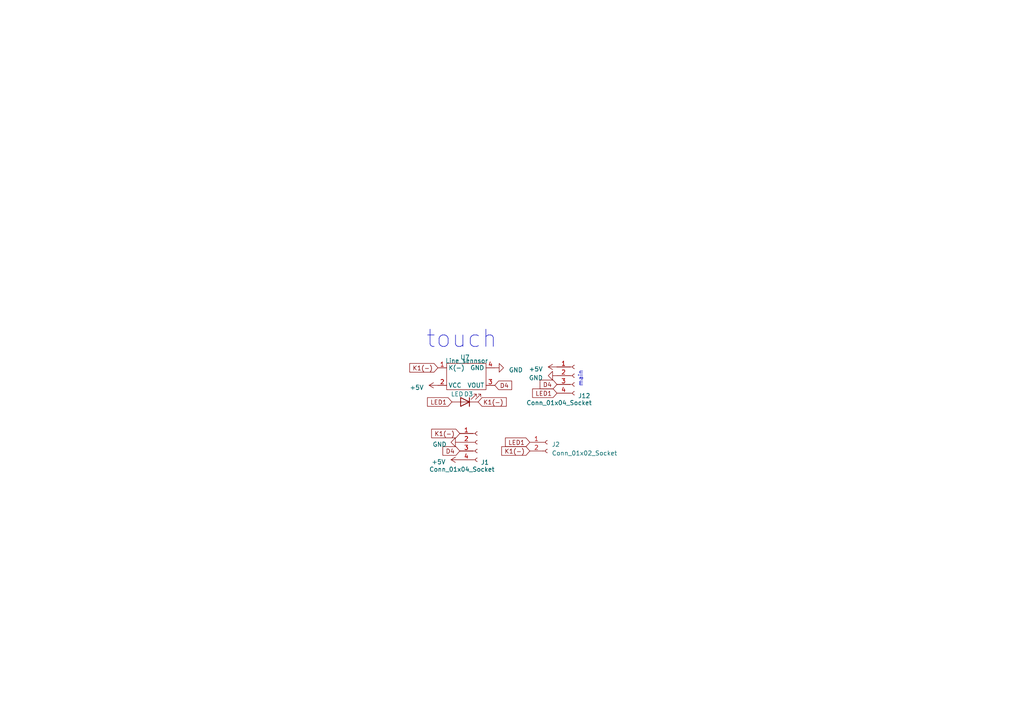
<source format=kicad_sch>
(kicad_sch (version 20230121) (generator eeschema)
  (paper "A4")
  (lib_symbols
    (symbol "Connector:Conn_01x02_Socket" (pin_names (offset 1.016) hide)
      (property "Reference" "J" (at 0 2.54 0))
      (property "Value" "Conn_01x02_Socket" (at 0 -5.08 0))
      (symbol "Conn_01x02_Socket_1_1"
        (arc (start 0 -2.032) (mid -0.5058 -2.54) (end 0 -3.048) (stroke (width 0.1524)))
        (polyline (pts (xy -1.27 -2.54) (xy -0.508 -2.54)) (stroke (width 0.1524)))
        (polyline (pts (xy -1.27 0) (xy -0.508 0)) (stroke (width 0.1524)))
        (arc (start 0 0.508) (mid -0.5058 0) (end 0 -0.508) (stroke (width 0.1524)))
        (pin passive line (at -5.08 0 0) (length 3.81) (name "Pin_1") (number "1"))
        (pin passive line (at -5.08 -2.54 0) (length 3.81) (name "Pin_2") (number "2"))
      )
    )
    (symbol "Connector:Conn_01x04_Socket" (pin_names (offset 1.016) hide)
      (property "Reference" "J" (at 0 5.08 0))
      (property "Value" "Conn_01x04_Socket" (at 0 -7.62 0))
      (symbol "Conn_01x04_Socket_1_1"
        (arc (start 0 -4.572) (mid -0.5058 -5.08) (end 0 -5.588) (stroke (width 0.1524)))
        (arc (start 0 -2.032) (mid -0.5058 -2.54) (end 0 -3.048) (stroke (width 0.1524)))
        (polyline (pts (xy -1.27 -5.08) (xy -0.508 -5.08)) (stroke (width 0.1524)))
        (polyline (pts (xy -1.27 -2.54) (xy -0.508 -2.54)) (stroke (width 0.1524)))
        (polyline (pts (xy -1.27 0) (xy -0.508 0)) (stroke (width 0.1524)))
        (polyline (pts (xy -1.27 2.54) (xy -0.508 2.54)) (stroke (width 0.1524)))
        (arc (start 0 0.508) (mid -0.5058 0) (end 0 -0.508) (stroke (width 0.1524)))
        (arc (start 0 3.048) (mid -0.5058 2.54) (end 0 2.032) (stroke (width 0.1524)))
        (pin passive line (at -5.08 2.54 0) (length 3.81) (name "Pin_1") (number "1"))
        (pin passive line (at -5.08 0 0) (length 3.81) (name "Pin_2") (number "2"))
        (pin passive line (at -5.08 -2.54 0) (length 3.81) (name "Pin_3") (number "3"))
        (pin passive line (at -5.08 -5.08 0) (length 3.81) (name "Pin_4") (number "4"))
      )
    )
    (symbol "Device:LED" (pin_numbers hide) (pin_names (offset 1.016) hide)
      (property "Reference" "D" (at 0 2.54 0))
      (property "Value" "LED" (at 0 -2.54 0))
      (symbol "LED_0_1"
        (polyline (pts (xy -1.27 -1.27) (xy -1.27 1.27)) (stroke (width 0.254)))
        (polyline (pts (xy -1.27 0) (xy 1.27 0)))
        (polyline (pts (xy 1.27 -1.27) (xy 1.27 1.27) (xy -1.27 0) (xy 1.27 -1.27)) (stroke (width 0.254)))
        (polyline (pts (xy -3.048 -0.762) (xy -4.572 -2.286) (xy -3.81 -2.286) (xy -4.572 -2.286) (xy -4.572 -1.524)))
        (polyline (pts (xy -1.778 -0.762) (xy -3.302 -2.286) (xy -2.54 -2.286) (xy -3.302 -2.286) (xy -3.302 -1.524)))
      )
      (symbol "LED_1_1"
        (pin passive line (at -3.81 0 0) (length 2.54) (name "K") (number "1"))
        (pin passive line (at 3.81 0 180) (length 2.54) (name "A") (number "2"))
      )
    )
    (symbol "Line_Sensor:Line_sennsor"
      (property "Reference" "U" (at 0 1.27 0))
      (property "Value" "Line_sennsor" (at 0 0 0))
      (symbol "Line_sennsor_0_1"
        (rectangle (start -6.35 -1.27) (end 5.08 -8.89))
      )
      (symbol "Line_sennsor_1_1"
        (pin bidirectional line (at -8.89 -2.54 0) (length 2.54) (name "K(-)") (number "1"))
        (pin bidirectional line (at -8.89 -7.62 0) (length 2.54) (name "VCC") (number "2"))
        (pin bidirectional line (at 7.62 -7.62 180) (length 2.54) (name "VOUT") (number "3"))
        (pin bidirectional line (at 7.62 -2.54 180) (length 2.54) (name "GND") (number "4"))
      )
    )
    (symbol "power:+5V" (power) (pin_names (offset 0))
      (property "Value" "+5V" (at 0 3.556 0))
      (symbol "+5V_0_1"
        (polyline (pts (xy -0.762 1.27) (xy 0 2.54)))
        (polyline (pts (xy 0 0) (xy 0 2.54)))
        (polyline (pts (xy 0 2.54) (xy 0.762 1.27)))
      )
      (symbol "+5V_1_1"
        (pin power_in line (at 0 0 90) (length 0) hide (name "+5V") (number "1"))
      )
    )
    (symbol "power:GND" (power) (pin_names (offset 0))
      (property "Value" "GND" (at 0 -3.81 0))
      (symbol "GND_0_1"
        (polyline (pts (xy 0 0) (xy 0 -1.27) (xy 1.27 -1.27) (xy 0 -2.54) (xy -1.27 -1.27) (xy 0 -1.27)))
      )
      (symbol "GND_1_1"
        (pin power_in line (at 0 0 270) (length 0) hide (name "GND") (number "1"))
      )
    )
  )
  (text "touch" (at 123.444 101.346 0) (effects (font (size 5 5)) (justify left bottom)))
  (text "main" (at 169.164 112.268 90) (effects (font (size 1.27 1.27)) (justify left bottom)))
  (global_label "K1(-)" (shape input) (at 133.35 125.73 180) (property "Intersheetrefs" "${INTERSHEET_REFS}" (effects hide)))
  (global_label "D4" (shape input) (at 133.35 130.81 180) (property "Intersheetrefs" "${INTERSHEET_REFS}" (effects hide)))
  (global_label "K1(-)" (shape input) (at 153.67 130.81 180) (property "Intersheetrefs" "${INTERSHEET_REFS}" (effects hide)))
  (global_label "LED1" (shape input) (at 131.064 116.586 180) (property "Intersheetrefs" "${INTERSHEET_REFS}" (effects hide)))
  (global_label "LED1" (shape input) (at 153.67 128.27 180) (property "Intersheetrefs" "${INTERSHEET_REFS}" (effects hide)))
  (global_label "K1(-)" (shape input) (at 127 106.68 180) (property "Intersheetrefs" "${INTERSHEET_REFS}" (effects hide)))
  (global_label "LED1" (shape input) (at 161.544 114.046 180) (property "Intersheetrefs" "${INTERSHEET_REFS}" (effects hide)))
  (global_label "D4" (shape input) (at 143.51 111.76 0) (property "Intersheetrefs" "${INTERSHEET_REFS}" (effects hide)))
  (global_label "D4" (shape input) (at 161.544 111.506 180) (property "Intersheetrefs" "${INTERSHEET_REFS}" (effects hide)))
  (global_label "K1(-)" (shape input) (at 138.684 116.586 0) (property "Intersheetrefs" "${INTERSHEET_REFS}" (effects hide)))
  (symbol (lib_id "power:GND") (at 143.51 106.68 90) (unit 1)
    (property "Reference" "#PWR031" (effects hide))
    (property "Value" "GND" (at 147.574 107.315 90) (effects (justify right)))
  )
  (symbol (lib_id "Line_Sensor:Line_sennsor") (at 135.89 104.14 0) (unit 1)
    (property "Reference" "U7" (at 134.874 103.632 0))
    (property "Value" "Line_sennsor" (at 135.382 104.648 0))
    (property "Footprint" "_Others:S4282-51" (effects hide))
  )
  (symbol (lib_id "Connector:Conn_01x04_Socket") (at 138.43 128.27 0) (unit 1)
    (property "Reference" "J1" (at 139.446 134.112 0) (effects (justify left)))
    (property "Value" "Conn_01x04_Socket" (at 124.46 136.144 0) (effects (justify left)))
    (property "Footprint" "Connector_PinHeader_2.54mm:PinHeader_1x04_P2.54mm_Vertical" (effects hide))
  )
  (symbol (lib_id "Connector:Conn_01x02_Socket") (at 158.75 128.27 0) (unit 1)
    (property "Reference" "J2" (at 160.02 128.905 0) (effects (justify left)))
    (property "Value" "Conn_01x02_Socket" (at 160.02 131.445 0) (effects (justify left)))
    (property "Footprint" "Connector_PinHeader_2.54mm:PinHeader_1x02_P2.54mm_Vertical" (effects hide))
  )
  (symbol (lib_id "Device:LED") (at 134.874 116.586 180) (unit 1)
    (property "Reference" "D3" (at 135.89 114.3 0))
    (property "Value" "LED" (at 132.588 114.3 0))
    (property "Footprint" "LED_THT:LED_D3.0mm_Clear" (effects hide))
  )
  (symbol (lib_id "power:GND") (at 161.544 108.966 270) (unit 1)
    (property "Reference" "#PWR079" (effects hide))
    (property "Value" "GND" (at 157.48 109.601 90) (effects (justify right)))
  )
  (symbol (lib_id "power:+5V") (at 133.35 133.35 90) (unit 1)
    (property "Reference" "#PWR01" (effects hide))
    (property "Value" "+5V" (at 129.2663 133.985 90) (effects (justify left)))
  )
  (symbol (lib_id "power:+5V") (at 127 111.76 90) (unit 1)
    (property "Reference" "#PWR030" (effects hide))
    (property "Value" "+5V" (at 122.9163 112.395 90) (effects (justify left)))
  )
  (symbol (lib_id "power:GND") (at 133.35 128.27 270) (unit 1)
    (property "Reference" "#PWR02" (effects hide))
    (property "Value" "GND" (at 129.54 128.905 90) (effects (justify right)))
  )
  (symbol (lib_id "Connector:Conn_01x04_Socket") (at 166.624 108.966 0) (unit 1)
    (property "Reference" "J12" (at 167.64 114.808 0) (effects (justify left)))
    (property "Value" "Conn_01x04_Socket" (at 152.654 116.84 0) (effects (justify left)))
  )
  (symbol (lib_id "power:+5V") (at 161.544 106.426 90) (unit 1)
    (property "Reference" "#PWR080" (effects hide))
    (property "Value" "+5V" (at 157.4603 107.061 90) (effects (justify left)))
  )
)
</source>
